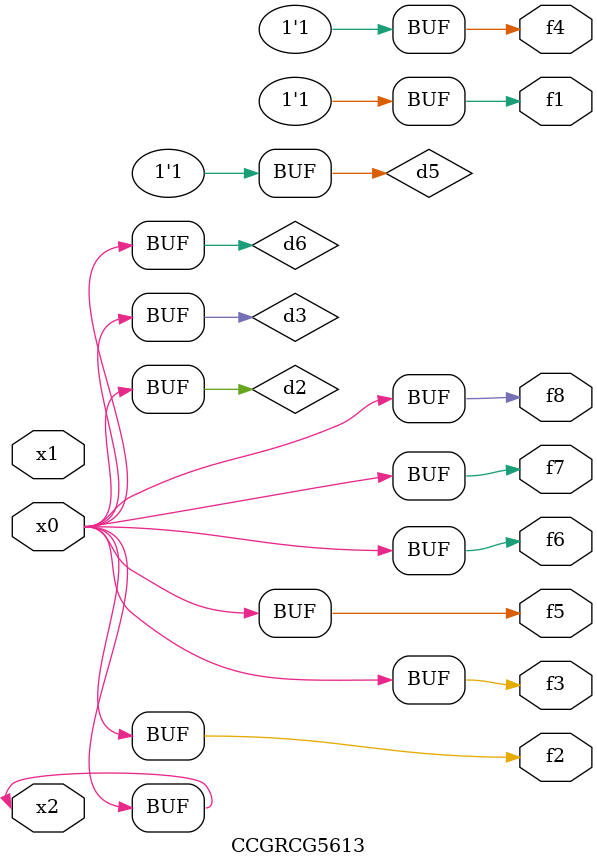
<source format=v>
module CCGRCG5613(
	input x0, x1, x2,
	output f1, f2, f3, f4, f5, f6, f7, f8
);

	wire d1, d2, d3, d4, d5, d6;

	xnor (d1, x2);
	buf (d2, x0, x2);
	and (d3, x0);
	xnor (d4, x1, x2);
	nand (d5, d1, d3);
	buf (d6, d2, d3);
	assign f1 = d5;
	assign f2 = d6;
	assign f3 = d6;
	assign f4 = d5;
	assign f5 = d6;
	assign f6 = d6;
	assign f7 = d6;
	assign f8 = d6;
endmodule

</source>
